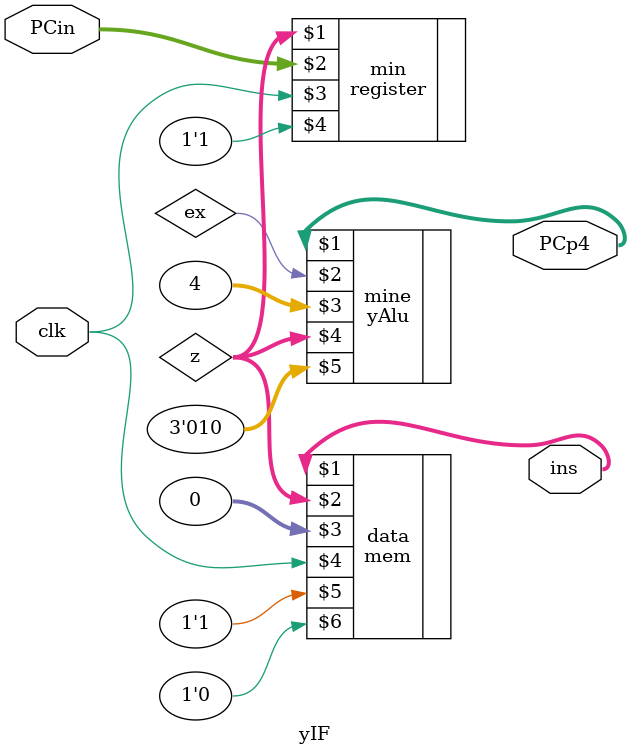
<source format=v>
module yIF(ins, PCp4, PCin, clk);
output [31:0] ins, PCp4;
input [31:0] PCin;
input clk;
wire [31:0] z;
// build and connect the circuit

yAlu mine(PCp4, ex, 4, z, 3'b010);
//mem data(ins, z,0 , clk, 'b1, 'b0); 
mem data(ins, z, 0, clk, 1'b1, 1'b0);

register #(32) min(z, PCin, clk, 1'b1);

endmodule
</source>
